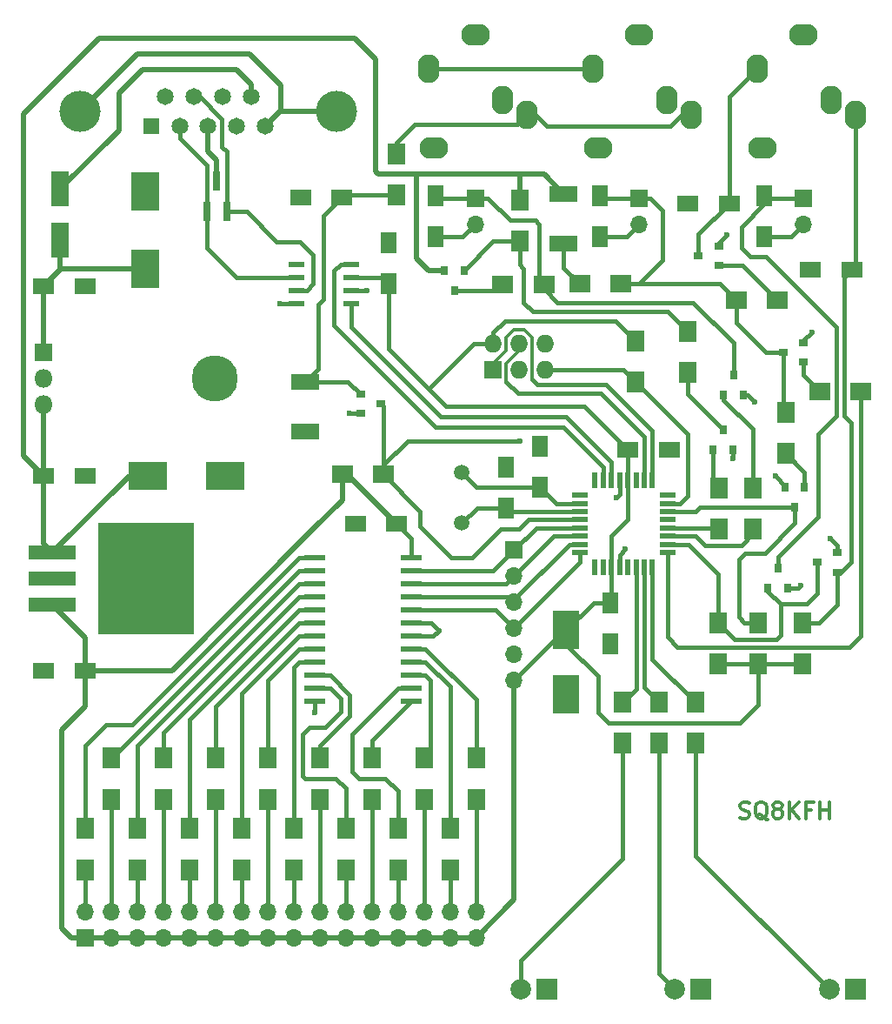
<source format=gtl>
G04 #@! TF.FileFunction,Copper,L1,Top,Signal*
%FSLAX46Y46*%
G04 Gerber Fmt 4.6, Leading zero omitted, Abs format (unit mm)*
G04 Created by KiCad (PCBNEW 4.0.6) date Thursday, 09 May 2019 22:32:22*
%MOMM*%
%LPD*%
G01*
G04 APERTURE LIST*
%ADD10C,0.100000*%
%ADD11C,0.300000*%
%ADD12C,0.600000*%
%ADD13R,2.000000X1.600000*%
%ADD14R,1.600000X2.000000*%
%ADD15R,2.700000X3.750000*%
%ADD16R,3.750000X2.700000*%
%ADD17R,2.500000X3.750000*%
%ADD18R,1.727200X1.727200*%
%ADD19O,1.727200X1.727200*%
%ADD20R,2.700000X1.500000*%
%ADD21R,2.000000X2.000000*%
%ADD22C,2.000000*%
%ADD23R,1.800860X3.500120*%
%ADD24R,0.800000X1.900000*%
%ADD25O,2.800000X2.100000*%
%ADD26O,2.100000X2.800000*%
%ADD27R,1.700000X1.700000*%
%ADD28O,1.700000X1.700000*%
%ADD29C,4.000000*%
%ADD30R,1.650000X1.650000*%
%ADD31C,1.650000*%
%ADD32R,0.900000X0.800000*%
%ADD33R,0.800000X0.900000*%
%ADD34R,2.000000X1.700000*%
%ADD35R,1.700000X2.000000*%
%ADD36R,2.000000X0.600000*%
%ADD37R,0.550000X1.600000*%
%ADD38R,1.600000X0.550000*%
%ADD39C,4.500000*%
%ADD40R,1.800000X1.800000*%
%ADD41O,1.800000X1.800000*%
%ADD42R,4.600000X1.390000*%
%ADD43R,9.400000X10.800000*%
%ADD44R,1.550000X0.600000*%
%ADD45C,1.501140*%
%ADD46C,0.400000*%
%ADD47C,0.500000*%
G04 APERTURE END LIST*
D10*
D11*
X192786548Y-140284119D02*
X193015119Y-140360310D01*
X193396072Y-140360310D01*
X193548453Y-140284119D01*
X193624643Y-140207929D01*
X193700834Y-140055548D01*
X193700834Y-139903167D01*
X193624643Y-139750786D01*
X193548453Y-139674595D01*
X193396072Y-139598405D01*
X193091310Y-139522214D01*
X192938929Y-139446024D01*
X192862738Y-139369833D01*
X192786548Y-139217452D01*
X192786548Y-139065071D01*
X192862738Y-138912690D01*
X192938929Y-138836500D01*
X193091310Y-138760310D01*
X193472262Y-138760310D01*
X193700834Y-138836500D01*
X195453215Y-140512690D02*
X195300834Y-140436500D01*
X195148453Y-140284119D01*
X194919882Y-140055548D01*
X194767501Y-139979357D01*
X194615120Y-139979357D01*
X194691310Y-140360310D02*
X194538929Y-140284119D01*
X194386548Y-140131738D01*
X194310358Y-139826976D01*
X194310358Y-139293643D01*
X194386548Y-138988881D01*
X194538929Y-138836500D01*
X194691310Y-138760310D01*
X194996072Y-138760310D01*
X195148453Y-138836500D01*
X195300834Y-138988881D01*
X195377025Y-139293643D01*
X195377025Y-139826976D01*
X195300834Y-140131738D01*
X195148453Y-140284119D01*
X194996072Y-140360310D01*
X194691310Y-140360310D01*
X196291310Y-139446024D02*
X196138929Y-139369833D01*
X196062738Y-139293643D01*
X195986548Y-139141262D01*
X195986548Y-139065071D01*
X196062738Y-138912690D01*
X196138929Y-138836500D01*
X196291310Y-138760310D01*
X196596072Y-138760310D01*
X196748453Y-138836500D01*
X196824643Y-138912690D01*
X196900834Y-139065071D01*
X196900834Y-139141262D01*
X196824643Y-139293643D01*
X196748453Y-139369833D01*
X196596072Y-139446024D01*
X196291310Y-139446024D01*
X196138929Y-139522214D01*
X196062738Y-139598405D01*
X195986548Y-139750786D01*
X195986548Y-140055548D01*
X196062738Y-140207929D01*
X196138929Y-140284119D01*
X196291310Y-140360310D01*
X196596072Y-140360310D01*
X196748453Y-140284119D01*
X196824643Y-140207929D01*
X196900834Y-140055548D01*
X196900834Y-139750786D01*
X196824643Y-139598405D01*
X196748453Y-139522214D01*
X196596072Y-139446024D01*
X197586548Y-140360310D02*
X197586548Y-138760310D01*
X198500834Y-140360310D02*
X197815120Y-139446024D01*
X198500834Y-138760310D02*
X197586548Y-139674595D01*
X199719882Y-139522214D02*
X199186548Y-139522214D01*
X199186548Y-140360310D02*
X199186548Y-138760310D01*
X199948453Y-138760310D01*
X200557977Y-140360310D02*
X200557977Y-138760310D01*
X200557977Y-139522214D02*
X201472263Y-139522214D01*
X201472263Y-140360310D02*
X201472263Y-138760310D01*
D12*
X137953000Y-120046000D03*
X135953000Y-120046000D03*
X133953000Y-120046000D03*
X131953000Y-120046000D03*
X137953000Y-118046000D03*
X135953000Y-118046000D03*
X133953000Y-118046000D03*
X131953000Y-118046000D03*
X137953000Y-116046000D03*
X135953000Y-116046000D03*
X133953000Y-116046000D03*
X131953000Y-116046000D03*
X137953000Y-114046000D03*
X135953000Y-114046000D03*
X133953000Y-114046000D03*
D13*
X155338000Y-111708000D03*
X159338000Y-111708000D03*
X154004000Y-79958000D03*
X150004000Y-79958000D03*
D14*
X180198000Y-119360000D03*
X180198000Y-123360000D03*
D13*
X203676000Y-86995000D03*
X199676000Y-86995000D03*
X191738000Y-80518000D03*
X187738000Y-80518000D03*
D14*
X179182000Y-79736000D03*
X179182000Y-83736000D03*
X173340000Y-104120000D03*
X173340000Y-108120000D03*
X170038000Y-106152000D03*
X170038000Y-110152000D03*
D13*
X124985000Y-88594000D03*
X128985000Y-88594000D03*
D15*
X134859000Y-86908000D03*
X134859000Y-79358000D03*
D13*
X125000000Y-107000000D03*
X129000000Y-107000000D03*
D16*
X135148000Y-107009000D03*
X142698000Y-107009000D03*
D17*
X175880000Y-122045000D03*
X175880000Y-128295000D03*
D13*
X129000000Y-126000000D03*
X125000000Y-126000000D03*
D14*
X195184000Y-79736000D03*
X195184000Y-83736000D03*
X163180000Y-79736000D03*
X163180000Y-83736000D03*
X158608000Y-84308000D03*
X158608000Y-88308000D03*
D18*
X168768000Y-96722000D03*
D19*
X168768000Y-94182000D03*
X171308000Y-96722000D03*
X171308000Y-94182000D03*
X173848000Y-96722000D03*
X173848000Y-94182000D03*
D20*
X150480000Y-97878000D03*
X150480000Y-102678000D03*
D21*
X174000000Y-157000000D03*
D22*
X171460000Y-157000000D03*
D21*
X189000000Y-157000000D03*
D22*
X186460000Y-157000000D03*
D21*
X204000000Y-157000000D03*
D22*
X201460000Y-157000000D03*
D20*
X175626000Y-84390000D03*
X175626000Y-79590000D03*
D23*
X126604000Y-84108360D03*
X126604000Y-79109640D03*
D24*
X140894000Y-81331000D03*
X142794000Y-81331000D03*
X141844000Y-78331000D03*
D25*
X183000000Y-64100000D03*
D26*
X178450000Y-67400000D03*
X188050000Y-71900000D03*
D25*
X179000000Y-75100000D03*
D26*
X185650000Y-70500000D03*
D27*
X129000000Y-152000000D03*
D28*
X129000000Y-149460000D03*
X131540000Y-152000000D03*
X131540000Y-149460000D03*
X134080000Y-152000000D03*
X134080000Y-149460000D03*
X136620000Y-152000000D03*
X136620000Y-149460000D03*
X139160000Y-152000000D03*
X139160000Y-149460000D03*
X141700000Y-152000000D03*
X141700000Y-149460000D03*
X144240000Y-152000000D03*
X144240000Y-149460000D03*
X146780000Y-152000000D03*
X146780000Y-149460000D03*
X149320000Y-152000000D03*
X149320000Y-149460000D03*
X151860000Y-152000000D03*
X151860000Y-149460000D03*
X154400000Y-152000000D03*
X154400000Y-149460000D03*
X156940000Y-152000000D03*
X156940000Y-149460000D03*
X159480000Y-152000000D03*
X159480000Y-149460000D03*
X162020000Y-152000000D03*
X162020000Y-149460000D03*
X164560000Y-152000000D03*
X164560000Y-149460000D03*
X167100000Y-152000000D03*
X167100000Y-149460000D03*
D25*
X167000000Y-64100000D03*
D26*
X162450000Y-67400000D03*
X172050000Y-71900000D03*
D25*
X163000000Y-75100000D03*
D26*
X169650000Y-70500000D03*
D25*
X199000000Y-64100000D03*
D26*
X194450000Y-67400000D03*
X204050000Y-71900000D03*
D25*
X195000000Y-75100000D03*
D26*
X201650000Y-70500000D03*
D27*
X170800000Y-114248000D03*
D28*
X170800000Y-116788000D03*
X170800000Y-119328000D03*
X170800000Y-121868000D03*
X170800000Y-124408000D03*
X170800000Y-126948000D03*
D27*
X183000000Y-80000000D03*
D28*
X183000000Y-82540000D03*
D27*
X199000000Y-80000000D03*
D28*
X199000000Y-82540000D03*
D27*
X167000000Y-80000000D03*
D28*
X167000000Y-82540000D03*
D29*
X153495000Y-71580000D03*
X128505000Y-71580000D03*
D30*
X135460000Y-73000000D03*
D31*
X138230000Y-73000000D03*
X141000000Y-73000000D03*
X143770000Y-73000000D03*
X146540000Y-73000000D03*
X136845000Y-70160000D03*
X139615000Y-70160000D03*
X142385000Y-70160000D03*
X145155000Y-70160000D03*
D32*
X155830000Y-99074000D03*
X155830000Y-100974000D03*
X157830000Y-100024000D03*
X202295000Y-116393000D03*
X202295000Y-114493000D03*
X200295000Y-115443000D03*
X190738000Y-86548000D03*
X190738000Y-84648000D03*
X188738000Y-85598000D03*
X198993000Y-95946000D03*
X198993000Y-94046000D03*
X196993000Y-94996000D03*
D33*
X199070000Y-108093000D03*
X197170000Y-108093000D03*
X198120000Y-110093000D03*
X165923000Y-87011000D03*
X164023000Y-87011000D03*
X164973000Y-89011000D03*
X195519000Y-117967000D03*
X197419000Y-117967000D03*
X196469000Y-115967000D03*
X190185000Y-104505000D03*
X192085000Y-104505000D03*
X191135000Y-102505000D03*
X191201000Y-99171000D03*
X193101000Y-99171000D03*
X192151000Y-97171000D03*
D34*
X154068000Y-106882000D03*
X158068000Y-106882000D03*
D35*
X129000000Y-141364000D03*
X129000000Y-145364000D03*
X131540000Y-134506000D03*
X131540000Y-138506000D03*
X134080000Y-141364000D03*
X134080000Y-145364000D03*
X136620000Y-134506000D03*
X136620000Y-138506000D03*
X159370000Y-79672000D03*
X159370000Y-75672000D03*
X139160000Y-141364000D03*
X139160000Y-145364000D03*
X141700000Y-134506000D03*
X141700000Y-138506000D03*
X144240000Y-141364000D03*
X144240000Y-145364000D03*
X146780000Y-134506000D03*
X146780000Y-138506000D03*
X149320000Y-141364000D03*
X149320000Y-145364000D03*
X151860000Y-134506000D03*
X151860000Y-138506000D03*
X154400000Y-141364000D03*
X154400000Y-145364000D03*
X156940000Y-134506000D03*
X156940000Y-138506000D03*
X159480000Y-141364000D03*
X159480000Y-145364000D03*
X190627000Y-125317000D03*
X190627000Y-121317000D03*
X162020000Y-134506000D03*
X162020000Y-138506000D03*
X164560000Y-141364000D03*
X164560000Y-145364000D03*
X198882000Y-125317000D03*
X198882000Y-121317000D03*
X167100000Y-134506000D03*
X167100000Y-138506000D03*
X181356000Y-129064000D03*
X181356000Y-133064000D03*
X184912000Y-129064000D03*
X184912000Y-133064000D03*
X188468000Y-129064000D03*
X188468000Y-133064000D03*
D34*
X177182000Y-88340000D03*
X181182000Y-88340000D03*
X192437000Y-89916000D03*
X196437000Y-89916000D03*
D35*
X182626000Y-97885000D03*
X182626000Y-93885000D03*
X194564000Y-125317000D03*
X194564000Y-121317000D03*
D34*
X204565000Y-98806000D03*
X200565000Y-98806000D03*
D35*
X197231000Y-100870000D03*
X197231000Y-104870000D03*
X171323000Y-84169000D03*
X171323000Y-80169000D03*
X187706000Y-96996000D03*
X187706000Y-92996000D03*
X190754000Y-112236000D03*
X190754000Y-108236000D03*
D34*
X173704000Y-88392000D03*
X169704000Y-88392000D03*
D35*
X194056000Y-112236000D03*
X194056000Y-108236000D03*
D36*
X151368000Y-115010000D03*
X151368000Y-116280000D03*
X151368000Y-117550000D03*
X151368000Y-118820000D03*
X151368000Y-120090000D03*
X151368000Y-121360000D03*
X151368000Y-122630000D03*
X151368000Y-123900000D03*
X151368000Y-125170000D03*
X151368000Y-126440000D03*
X151368000Y-127710000D03*
X151368000Y-128980000D03*
X160768000Y-128980000D03*
X160768000Y-127710000D03*
X160768000Y-126440000D03*
X160768000Y-125170000D03*
X160768000Y-123900000D03*
X160768000Y-122630000D03*
X160768000Y-121360000D03*
X160768000Y-120090000D03*
X160768000Y-118820000D03*
X160768000Y-117550000D03*
X160768000Y-116280000D03*
X160768000Y-115010000D03*
D37*
X184268000Y-107458000D03*
X183468000Y-107458000D03*
X182668000Y-107458000D03*
X181868000Y-107458000D03*
X181068000Y-107458000D03*
X180268000Y-107458000D03*
X179468000Y-107458000D03*
X178668000Y-107458000D03*
D38*
X177218000Y-108908000D03*
X177218000Y-109708000D03*
X177218000Y-110508000D03*
X177218000Y-111308000D03*
X177218000Y-112108000D03*
X177218000Y-112908000D03*
X177218000Y-113708000D03*
X177218000Y-114508000D03*
D37*
X178668000Y-115958000D03*
X179468000Y-115958000D03*
X180268000Y-115958000D03*
X181068000Y-115958000D03*
X181868000Y-115958000D03*
X182668000Y-115958000D03*
X183468000Y-115958000D03*
X184268000Y-115958000D03*
D38*
X185718000Y-114508000D03*
X185718000Y-113708000D03*
X185718000Y-112908000D03*
X185718000Y-112108000D03*
X185718000Y-111308000D03*
X185718000Y-110508000D03*
X185718000Y-109708000D03*
X185718000Y-108908000D03*
D39*
X141660000Y-97540000D03*
D40*
X125000000Y-95000000D03*
D41*
X125000000Y-97540000D03*
X125000000Y-100080000D03*
D42*
X125839000Y-117042000D03*
D43*
X134989000Y-117042000D03*
D42*
X125839000Y-119582000D03*
X125839000Y-114502000D03*
D44*
X154958000Y-90245000D03*
X154958000Y-88975000D03*
X154958000Y-87705000D03*
X154958000Y-86435000D03*
X149558000Y-86435000D03*
X149558000Y-87705000D03*
X149558000Y-88975000D03*
X149558000Y-90245000D03*
D45*
X165720000Y-106727060D03*
X165720000Y-111608940D03*
D13*
X185896000Y-104521000D03*
X181896000Y-104521000D03*
D12*
X131953000Y-114046000D03*
X187738000Y-80518000D03*
X191516000Y-83566000D03*
X199676000Y-86995000D03*
X199771000Y-93027500D03*
X175880000Y-128295000D03*
X180198000Y-123360000D03*
X198691500Y-117729000D03*
X201612500Y-113157000D03*
X196215000Y-107061000D03*
X194183000Y-99822000D03*
X181610000Y-114173000D03*
X180721000Y-109156500D03*
X192087500Y-105346500D03*
X185896000Y-104521000D03*
X170038000Y-106152000D03*
X173340000Y-104120000D03*
X163449000Y-122110500D03*
X151384000Y-130048000D03*
X155338000Y-111708000D03*
X150480000Y-102678000D03*
X154749500Y-100965000D03*
X158608000Y-84308000D03*
X156464000Y-88963500D03*
X147955000Y-90233500D03*
X150004000Y-79958000D03*
X129000000Y-107000000D03*
X128985000Y-88594000D03*
X134859000Y-79358000D03*
X125000000Y-126000000D03*
X125839000Y-117042000D03*
X142698000Y-107009000D03*
X171323000Y-103632000D03*
D46*
X198882000Y-125317000D02*
X194564000Y-125317000D01*
X190627000Y-125317000D02*
X194564000Y-125317000D01*
X175880000Y-122045000D02*
X175880000Y-123429000D01*
X175880000Y-123429000D02*
X178943000Y-126492000D01*
X194564000Y-129286000D02*
X194564000Y-125317000D01*
X192786000Y-131064000D02*
X194564000Y-129286000D01*
X179959000Y-131064000D02*
X192786000Y-131064000D01*
X178943000Y-130048000D02*
X179959000Y-131064000D01*
X178943000Y-126492000D02*
X178943000Y-130048000D01*
X168768000Y-94182000D02*
X168768000Y-93106000D01*
X180689000Y-91948000D02*
X182626000Y-93885000D01*
X169926000Y-91948000D02*
X180689000Y-91948000D01*
X168768000Y-93106000D02*
X169926000Y-91948000D01*
X176276000Y-100278000D02*
X177653000Y-100278000D01*
X176276000Y-100278000D02*
X164196000Y-100278000D01*
X162481500Y-98563500D02*
X164196000Y-100278000D01*
X177653000Y-100278000D02*
X181896000Y-104521000D01*
X181868000Y-107458000D02*
X181868000Y-104549000D01*
X181868000Y-104549000D02*
X181896000Y-104521000D01*
X181868000Y-104676000D02*
X182023000Y-104521000D01*
X181868000Y-107458000D02*
X181868000Y-111308000D01*
X180268000Y-112908000D02*
X180268000Y-115958000D01*
X181868000Y-111308000D02*
X180268000Y-112908000D01*
X168768000Y-94182000D02*
X166863000Y-94182000D01*
X166863000Y-94182000D02*
X162481500Y-98563500D01*
X158608000Y-94690000D02*
X158608000Y-88308000D01*
X162481500Y-98563500D02*
X158608000Y-94690000D01*
X180198000Y-119360000D02*
X178565000Y-119360000D01*
X178565000Y-119360000D02*
X175880000Y-122045000D01*
X170800000Y-126948000D02*
X175703000Y-122045000D01*
X175703000Y-122045000D02*
X175880000Y-122045000D01*
D47*
X159338000Y-111708000D02*
X154512000Y-106882000D01*
X154512000Y-106882000D02*
X154068000Y-106882000D01*
X151242000Y-112216000D02*
X154068000Y-109390000D01*
X129000000Y-126000000D02*
X137458000Y-126000000D01*
X137458000Y-126000000D02*
X151242000Y-112216000D01*
X154068000Y-109390000D02*
X154068000Y-106882000D01*
D46*
X160768000Y-115010000D02*
X160768000Y-113138000D01*
X160768000Y-113138000D02*
X159338000Y-111708000D01*
X154958000Y-87705000D02*
X158005000Y-87705000D01*
X158005000Y-87705000D02*
X158608000Y-88308000D01*
X180268000Y-115958000D02*
X180268000Y-119290000D01*
X180268000Y-119290000D02*
X180198000Y-119360000D01*
D47*
X160768000Y-115010000D02*
X160894000Y-114884000D01*
X170800000Y-126948000D02*
X170800000Y-148300000D01*
X170800000Y-148300000D02*
X167100000Y-152000000D01*
X129000000Y-152000000D02*
X127653000Y-152000000D01*
X129000000Y-129505000D02*
X129000000Y-126000000D01*
X126731000Y-131774000D02*
X129000000Y-129505000D01*
X126731000Y-151078000D02*
X126731000Y-131774000D01*
X127653000Y-152000000D02*
X126731000Y-151078000D01*
X129000000Y-126000000D02*
X129000000Y-122743000D01*
X129000000Y-122743000D02*
X125839000Y-119582000D01*
X167100000Y-152000000D02*
X164560000Y-152000000D01*
X164560000Y-152000000D02*
X162020000Y-152000000D01*
X162020000Y-152000000D02*
X159480000Y-152000000D01*
X159480000Y-152000000D02*
X156940000Y-152000000D01*
X156940000Y-152000000D02*
X154400000Y-152000000D01*
X154400000Y-152000000D02*
X151860000Y-152000000D01*
X151860000Y-152000000D02*
X149320000Y-152000000D01*
X149320000Y-152000000D02*
X146780000Y-152000000D01*
X146780000Y-152000000D02*
X144240000Y-152000000D01*
X144240000Y-152000000D02*
X141700000Y-152000000D01*
X141700000Y-152000000D02*
X139160000Y-152000000D01*
X139160000Y-152000000D02*
X136620000Y-152000000D01*
X136620000Y-152000000D02*
X134080000Y-152000000D01*
X134080000Y-152000000D02*
X131540000Y-152000000D01*
X131540000Y-152000000D02*
X129000000Y-152000000D01*
D46*
X190738000Y-84648000D02*
X190738000Y-84344000D01*
X190738000Y-84344000D02*
X191516000Y-83566000D01*
X198993000Y-94046000D02*
X198993000Y-93805500D01*
X198993000Y-93805500D02*
X199771000Y-93027500D01*
X197419000Y-117967000D02*
X198453500Y-117967000D01*
X198453500Y-117967000D02*
X198691500Y-117729000D01*
X202295000Y-114493000D02*
X202295000Y-113839500D01*
X202295000Y-113839500D02*
X201612500Y-113157000D01*
X197170000Y-108093000D02*
X197170000Y-108016000D01*
X197170000Y-108016000D02*
X196215000Y-107061000D01*
X193101000Y-99171000D02*
X193532000Y-99171000D01*
X193532000Y-99171000D02*
X194183000Y-99822000D01*
X181068000Y-115958000D02*
X181068000Y-114715000D01*
X181068000Y-114715000D02*
X181610000Y-114173000D01*
X181068000Y-107458000D02*
X181068000Y-108809500D01*
X181068000Y-108809500D02*
X180721000Y-109156500D01*
X192085000Y-104505000D02*
X192085000Y-105344000D01*
X192085000Y-105344000D02*
X192087500Y-105346500D01*
X160768000Y-122630000D02*
X162929500Y-122630000D01*
X162698500Y-121360000D02*
X163449000Y-122110500D01*
X162698500Y-121360000D02*
X160768000Y-121360000D01*
X162929500Y-122630000D02*
X163449000Y-122110500D01*
X151368000Y-128980000D02*
X151368000Y-130032000D01*
X151368000Y-130032000D02*
X151384000Y-130048000D01*
X155830000Y-100974000D02*
X154758500Y-100974000D01*
X154758500Y-100974000D02*
X154749500Y-100965000D01*
X154958000Y-88975000D02*
X156452500Y-88975000D01*
X156452500Y-88975000D02*
X156464000Y-88963500D01*
X149558000Y-90245000D02*
X147966500Y-90245000D01*
X147966500Y-90245000D02*
X147955000Y-90233500D01*
X195184000Y-83736000D02*
X197804000Y-83736000D01*
X197804000Y-83736000D02*
X199000000Y-82540000D01*
X163180000Y-83736000D02*
X165804000Y-83736000D01*
X165804000Y-83736000D02*
X167000000Y-82540000D01*
X179182000Y-83736000D02*
X181804000Y-83736000D01*
X181804000Y-83736000D02*
X183000000Y-82540000D01*
D47*
X141844000Y-78331000D02*
X141844000Y-76275000D01*
X141000000Y-75431000D02*
X141000000Y-73000000D01*
X141844000Y-76275000D02*
X141000000Y-75431000D01*
D46*
X155830000Y-99074000D02*
X154634000Y-97878000D01*
X154634000Y-97878000D02*
X150480000Y-97878000D01*
X159370000Y-79672000D02*
X154290000Y-79672000D01*
X154290000Y-79672000D02*
X154004000Y-79958000D01*
X150480000Y-97878000D02*
X151750000Y-96608000D01*
X152258000Y-81704000D02*
X154004000Y-79958000D01*
X152258000Y-89864000D02*
X152258000Y-81704000D01*
X151750000Y-90372000D02*
X152258000Y-89864000D01*
X151750000Y-96608000D02*
X151750000Y-90372000D01*
X150808000Y-97550000D02*
X150480000Y-97878000D01*
X202295000Y-116393000D02*
X202631000Y-116393000D01*
X202631000Y-116393000D02*
X203581000Y-115443000D01*
X202946000Y-101219000D02*
X202946000Y-87725000D01*
X203581000Y-101854000D02*
X202946000Y-101219000D01*
X203581000Y-115443000D02*
X203581000Y-101854000D01*
X202946000Y-87725000D02*
X203676000Y-86995000D01*
X198882000Y-121317000D02*
X200501000Y-121317000D01*
X202295000Y-119523000D02*
X202295000Y-116393000D01*
X200501000Y-121317000D02*
X202295000Y-119523000D01*
X204050000Y-71900000D02*
X204050000Y-86621000D01*
X204050000Y-86621000D02*
X203676000Y-86995000D01*
X194450000Y-67400000D02*
X191738000Y-70112000D01*
X191738000Y-70112000D02*
X191738000Y-80518000D01*
X188738000Y-85598000D02*
X188738000Y-83518000D01*
X188738000Y-83518000D02*
X191738000Y-80518000D01*
X196993000Y-94996000D02*
X196993000Y-100632000D01*
X196993000Y-100632000D02*
X197231000Y-100870000D01*
X192437000Y-89916000D02*
X192437000Y-92107000D01*
X195326000Y-94996000D02*
X196993000Y-94996000D01*
X192437000Y-92107000D02*
X195326000Y-94996000D01*
X182880000Y-88340000D02*
X190861000Y-88340000D01*
X190861000Y-88340000D02*
X192437000Y-89916000D01*
X181182000Y-88340000D02*
X182880000Y-88340000D01*
X182880000Y-88340000D02*
X182992000Y-88340000D01*
X184050000Y-80000000D02*
X183000000Y-80000000D01*
X185278000Y-81228000D02*
X184050000Y-80000000D01*
X185278000Y-86054000D02*
X185278000Y-81228000D01*
X182992000Y-88340000D02*
X185278000Y-86054000D01*
X183000000Y-80000000D02*
X179446000Y-80000000D01*
X179446000Y-80000000D02*
X179182000Y-79736000D01*
X177218000Y-109708000D02*
X174928000Y-109708000D01*
X174928000Y-109708000D02*
X173340000Y-108120000D01*
X173340000Y-108120000D02*
X167112940Y-108120000D01*
X167112940Y-108120000D02*
X165720000Y-106727060D01*
X177218000Y-110508000D02*
X170394000Y-110508000D01*
X170394000Y-110508000D02*
X170038000Y-110152000D01*
X170038000Y-110152000D02*
X167176940Y-110152000D01*
X167176940Y-110152000D02*
X165720000Y-111608940D01*
D47*
X126604000Y-84108360D02*
X126604000Y-86841000D01*
X126604000Y-86841000D02*
X126671000Y-86908000D01*
X134859000Y-86908000D02*
X126671000Y-86908000D01*
X126671000Y-86908000D02*
X124985000Y-88594000D01*
X125000000Y-95000000D02*
X125000000Y-88609000D01*
X125000000Y-88609000D02*
X124985000Y-88594000D01*
X171323000Y-80169000D02*
X171323000Y-77672000D01*
X164023000Y-87011000D02*
X162449000Y-87011000D01*
X161290000Y-85852000D02*
X161290000Y-77672000D01*
X162449000Y-87011000D02*
X161290000Y-85852000D01*
X155306000Y-64464000D02*
X157338000Y-66496000D01*
X125000000Y-107000000D02*
X123048000Y-105048000D01*
X130414000Y-64464000D02*
X155306000Y-64464000D01*
X123048000Y-71830000D02*
X130414000Y-64464000D01*
X123048000Y-105048000D02*
X123048000Y-71830000D01*
X173708000Y-77672000D02*
X175626000Y-79590000D01*
X157592000Y-77672000D02*
X161290000Y-77672000D01*
X161290000Y-77672000D02*
X171323000Y-77672000D01*
X171323000Y-77672000D02*
X173708000Y-77672000D01*
X157338000Y-77418000D02*
X157592000Y-77672000D01*
X157338000Y-66496000D02*
X157338000Y-77418000D01*
X135148000Y-107009000D02*
X133332000Y-107009000D01*
X133332000Y-107009000D02*
X125839000Y-114502000D01*
X125000000Y-107000000D02*
X125000000Y-113663000D01*
X125000000Y-113663000D02*
X125839000Y-114502000D01*
X125000000Y-100080000D02*
X125000000Y-107000000D01*
X135148000Y-107009000D02*
X135139000Y-107000000D01*
D46*
X196469000Y-115967000D02*
X196469000Y-114935000D01*
X192913000Y-82804000D02*
X195184000Y-80533000D01*
X192913000Y-84836000D02*
X192913000Y-82804000D01*
X193802000Y-85725000D02*
X192913000Y-84836000D01*
X195326000Y-85725000D02*
X193802000Y-85725000D01*
X202184000Y-92583000D02*
X195326000Y-85725000D01*
X202184000Y-101219000D02*
X202184000Y-92583000D01*
X200406000Y-102997000D02*
X202184000Y-101219000D01*
X200406000Y-110998000D02*
X200406000Y-102997000D01*
X196469000Y-114935000D02*
X200406000Y-110998000D01*
X195184000Y-80533000D02*
X195184000Y-79736000D01*
X199000000Y-80000000D02*
X195448000Y-80000000D01*
X195448000Y-80000000D02*
X195184000Y-79736000D01*
X173704000Y-88392000D02*
X173704000Y-88868000D01*
X173704000Y-88868000D02*
X175006000Y-90170000D01*
X192151000Y-94107000D02*
X192151000Y-97171000D01*
X188214000Y-90170000D02*
X192151000Y-94107000D01*
X175006000Y-90170000D02*
X188214000Y-90170000D01*
X167000000Y-80000000D02*
X168265000Y-80000000D01*
X173228000Y-82550000D02*
X173228000Y-87916000D01*
X172847000Y-82169000D02*
X173228000Y-82550000D01*
X170434000Y-82169000D02*
X172847000Y-82169000D01*
X168265000Y-80000000D02*
X170434000Y-82169000D01*
X173228000Y-87916000D02*
X173704000Y-88392000D01*
X167000000Y-80000000D02*
X163444000Y-80000000D01*
X163444000Y-80000000D02*
X163180000Y-79736000D01*
X184268000Y-107458000D02*
X184268000Y-102607000D01*
X177404000Y-98119000D02*
X173086000Y-98119000D01*
X173086000Y-98119000D02*
X172578000Y-97611000D01*
D11*
X172578000Y-97611000D02*
X172578000Y-93547000D01*
X172578000Y-93547000D02*
X171816000Y-92785000D01*
X171816000Y-92785000D02*
X170800000Y-92785000D01*
X170800000Y-92785000D02*
X170038000Y-93547000D01*
X170038000Y-94817000D02*
X168768000Y-96087000D01*
X170038000Y-93547000D02*
X170038000Y-94817000D01*
D46*
X179780000Y-98119000D02*
X177404000Y-98119000D01*
X184268000Y-102607000D02*
X179780000Y-98119000D01*
D11*
X168768000Y-96087000D02*
X168768000Y-96722000D01*
D46*
X183468000Y-107458000D02*
X183468000Y-103204000D01*
D11*
X170038000Y-96087000D02*
X171308000Y-94817000D01*
X170038000Y-97865000D02*
X170038000Y-96087000D01*
D46*
X171181000Y-99008000D02*
X170038000Y-97865000D01*
X177023000Y-99008000D02*
X171181000Y-99008000D01*
X179272000Y-99008000D02*
X177023000Y-99008000D01*
X183468000Y-103204000D02*
X179272000Y-99008000D01*
D11*
X171308000Y-94817000D02*
X171308000Y-94182000D01*
D46*
X173848000Y-96722000D02*
X181463000Y-96722000D01*
X181463000Y-96722000D02*
X182626000Y-97885000D01*
X185718000Y-109708000D02*
X186964000Y-109708000D01*
X187706000Y-102965000D02*
X182626000Y-97885000D01*
X187706000Y-108966000D02*
X187706000Y-102965000D01*
X186964000Y-109708000D02*
X187706000Y-108966000D01*
X181356000Y-133064000D02*
X181356000Y-144272000D01*
X171460000Y-154168000D02*
X171460000Y-157000000D01*
X181356000Y-144272000D02*
X171460000Y-154168000D01*
X184912000Y-133064000D02*
X184912000Y-155452000D01*
X184912000Y-155452000D02*
X186460000Y-157000000D01*
X188468000Y-133064000D02*
X188468000Y-144008000D01*
X188468000Y-144008000D02*
X201460000Y-157000000D01*
X177182000Y-88340000D02*
X175626000Y-86784000D01*
X175626000Y-86784000D02*
X175626000Y-84390000D01*
D47*
X145155000Y-70160000D02*
X145155000Y-68918000D01*
X132319000Y-73394640D02*
X126604000Y-79109640D01*
X132319000Y-69798000D02*
X132319000Y-73394640D01*
X134605000Y-67512000D02*
X132319000Y-69798000D01*
X143749000Y-67512000D02*
X134605000Y-67512000D01*
X145155000Y-68918000D02*
X143749000Y-67512000D01*
D46*
X149558000Y-87705000D02*
X143749000Y-87705000D01*
X140894000Y-84850000D02*
X140894000Y-81331000D01*
X143749000Y-87705000D02*
X140894000Y-84850000D01*
X138230000Y-73000000D02*
X138230000Y-74185000D01*
X138230000Y-74185000D02*
X140894000Y-76849000D01*
X140894000Y-76849000D02*
X140894000Y-77130465D01*
X140894000Y-77130465D02*
X140894000Y-81331000D01*
X142794000Y-81331000D02*
X144741000Y-81331000D01*
X150607000Y-88975000D02*
X149558000Y-88975000D01*
X151242000Y-88340000D02*
X150607000Y-88975000D01*
X151242000Y-85546000D02*
X151242000Y-88340000D01*
X149972000Y-84276000D02*
X151242000Y-85546000D01*
X147686000Y-84276000D02*
X149972000Y-84276000D01*
X144741000Y-81331000D02*
X147686000Y-84276000D01*
X142794000Y-81331000D02*
X142794000Y-75447000D01*
X142794000Y-75447000D02*
X142352000Y-75005000D01*
X142352000Y-75005000D02*
X142352000Y-72338000D01*
X142352000Y-72338000D02*
X140174000Y-70160000D01*
X140174000Y-70160000D02*
X139615000Y-70160000D01*
X162450000Y-67400000D02*
X178450000Y-67400000D01*
X159370000Y-75672000D02*
X159370000Y-74624000D01*
X171104000Y-72846000D02*
X172050000Y-71900000D01*
X161148000Y-72846000D02*
X171104000Y-72846000D01*
X159370000Y-74624000D02*
X161148000Y-72846000D01*
X188050000Y-71900000D02*
X187100000Y-71900000D01*
X187100000Y-71900000D02*
X186000000Y-73000000D01*
X186000000Y-73000000D02*
X174000000Y-73000000D01*
X174000000Y-73000000D02*
X172900000Y-71900000D01*
X172900000Y-71900000D02*
X172050000Y-71900000D01*
X177218000Y-112108000D02*
X172940000Y-112108000D01*
X172940000Y-112108000D02*
X170800000Y-114248000D01*
X160768000Y-116280000D02*
X168768000Y-116280000D01*
X168768000Y-116280000D02*
X170800000Y-114248000D01*
X177218000Y-112908000D02*
X174680000Y-112908000D01*
X174680000Y-112908000D02*
X170800000Y-116788000D01*
X160768000Y-117550000D02*
X170038000Y-117550000D01*
X170038000Y-117550000D02*
X170800000Y-116788000D01*
X177218000Y-113708000D02*
X176166000Y-113708000D01*
X176166000Y-113708000D02*
X170800000Y-119074000D01*
X170800000Y-119074000D02*
X170800000Y-119328000D01*
X160768000Y-118820000D02*
X170292000Y-118820000D01*
X170292000Y-118820000D02*
X170800000Y-119328000D01*
X177218000Y-114508000D02*
X177218000Y-115450000D01*
X177218000Y-115450000D02*
X170800000Y-121868000D01*
X160768000Y-120090000D02*
X169022000Y-120090000D01*
X169022000Y-120090000D02*
X170800000Y-121868000D01*
D47*
X153495000Y-71580000D02*
X147960000Y-71580000D01*
X147960000Y-71580000D02*
X148067000Y-71473000D01*
X146540000Y-73000000D02*
X148067000Y-71473000D01*
X134097000Y-65988000D02*
X128505000Y-71580000D01*
X145019000Y-65988000D02*
X134097000Y-65988000D01*
X148067000Y-69036000D02*
X145019000Y-65988000D01*
X148067000Y-71473000D02*
X148067000Y-69036000D01*
D46*
X200295000Y-115443000D02*
X200295000Y-118475000D01*
X199263000Y-119507000D02*
X196723000Y-119507000D01*
X200295000Y-118475000D02*
X199263000Y-119507000D01*
X190627000Y-121317000D02*
X192246000Y-122936000D01*
X196723000Y-119507000D02*
X195519000Y-118303000D01*
X196723000Y-122555000D02*
X196723000Y-119507000D01*
X196342000Y-122936000D02*
X196723000Y-122555000D01*
X192246000Y-122936000D02*
X196342000Y-122936000D01*
X195519000Y-118303000D02*
X195519000Y-117967000D01*
X185718000Y-113708000D02*
X187749000Y-113708000D01*
X190627000Y-116586000D02*
X190627000Y-121317000D01*
X187749000Y-113708000D02*
X190627000Y-116586000D01*
X190738000Y-86548000D02*
X193069000Y-86548000D01*
X193069000Y-86548000D02*
X196437000Y-89916000D01*
X198993000Y-95946000D02*
X198993000Y-97234000D01*
X198993000Y-97234000D02*
X200565000Y-98806000D01*
X199070000Y-108093000D02*
X199070000Y-106709000D01*
X199070000Y-106709000D02*
X197231000Y-104870000D01*
X198120000Y-110093000D02*
X198120000Y-111633000D01*
X193199000Y-121317000D02*
X194564000Y-121317000D01*
X192659000Y-120777000D02*
X193199000Y-121317000D01*
X192659000Y-115189000D02*
X192659000Y-120777000D01*
X193294000Y-114554000D02*
X192659000Y-115189000D01*
X195199000Y-114554000D02*
X193294000Y-114554000D01*
X198120000Y-111633000D02*
X195199000Y-114554000D01*
X198120000Y-110093000D02*
X188865000Y-110093000D01*
X188450000Y-110508000D02*
X185718000Y-110508000D01*
X188865000Y-110093000D02*
X188450000Y-110508000D01*
X171323000Y-84169000D02*
X171323000Y-86487000D01*
X185769000Y-91059000D02*
X187706000Y-92996000D01*
X172593000Y-91059000D02*
X185769000Y-91059000D01*
X171704000Y-90170000D02*
X172593000Y-91059000D01*
X171704000Y-86868000D02*
X171704000Y-90170000D01*
X171323000Y-86487000D02*
X171704000Y-86868000D01*
X165923000Y-87011000D02*
X168765000Y-84169000D01*
X168765000Y-84169000D02*
X171323000Y-84169000D01*
X164973000Y-89011000D02*
X169085000Y-89011000D01*
X169085000Y-89011000D02*
X169704000Y-88392000D01*
X190185000Y-104505000D02*
X190185000Y-107667000D01*
X190185000Y-107667000D02*
X190754000Y-108236000D01*
X187706000Y-96996000D02*
X187706000Y-99076000D01*
X187706000Y-99076000D02*
X191135000Y-102505000D01*
X191201000Y-99171000D02*
X191201000Y-99634000D01*
X194056000Y-102489000D02*
X194056000Y-108236000D01*
X191201000Y-99634000D02*
X194056000Y-102489000D01*
X151368000Y-115010000D02*
X149845000Y-115010000D01*
X129000000Y-133315000D02*
X129000000Y-141364000D01*
X131049000Y-131266000D02*
X129000000Y-133315000D01*
X133589000Y-131266000D02*
X131049000Y-131266000D01*
X149845000Y-115010000D02*
X133589000Y-131266000D01*
X151368000Y-116280000D02*
X149845000Y-116280000D01*
X149845000Y-116280000D02*
X131619000Y-134506000D01*
X131619000Y-134506000D02*
X131540000Y-134506000D01*
X151368000Y-117550000D02*
X149845000Y-117550000D01*
X134080000Y-133315000D02*
X134080000Y-141364000D01*
X149845000Y-117550000D02*
X134080000Y-133315000D01*
X151368000Y-118820000D02*
X149845000Y-118820000D01*
X136620000Y-132045000D02*
X136620000Y-134506000D01*
X149845000Y-118820000D02*
X136620000Y-132045000D01*
X151368000Y-120090000D02*
X149845000Y-120090000D01*
X139160000Y-130775000D02*
X139160000Y-141364000D01*
X149845000Y-120090000D02*
X139160000Y-130775000D01*
X151368000Y-121360000D02*
X149845000Y-121360000D01*
X141700000Y-129505000D02*
X141700000Y-134506000D01*
X149845000Y-121360000D02*
X141700000Y-129505000D01*
X151368000Y-122630000D02*
X149845000Y-122630000D01*
X144240000Y-128235000D02*
X144240000Y-141364000D01*
X149845000Y-122630000D02*
X144240000Y-128235000D01*
X151368000Y-123900000D02*
X149845000Y-123900000D01*
X146780000Y-126965000D02*
X146780000Y-134506000D01*
X149845000Y-123900000D02*
X146780000Y-126965000D01*
X149320000Y-141364000D02*
X149320000Y-125695000D01*
X149845000Y-125170000D02*
X151368000Y-125170000D01*
X149320000Y-125695000D02*
X149845000Y-125170000D01*
X151860000Y-134506000D02*
X151860000Y-133315000D01*
X152893000Y-126440000D02*
X151368000Y-126440000D01*
X154798000Y-128345000D02*
X152893000Y-126440000D01*
X154798000Y-130377000D02*
X154798000Y-128345000D01*
X151860000Y-133315000D02*
X154798000Y-130377000D01*
X154400000Y-141364000D02*
X154400000Y-137472000D01*
X152893000Y-127710000D02*
X151368000Y-127710000D01*
X153909000Y-128726000D02*
X152893000Y-127710000D01*
X153909000Y-129996000D02*
X153909000Y-128726000D01*
X152385000Y-131520000D02*
X153909000Y-129996000D01*
X150861000Y-131520000D02*
X152385000Y-131520000D01*
X150226000Y-132155000D02*
X150861000Y-131520000D01*
X150226000Y-136219000D02*
X150226000Y-132155000D01*
X150480000Y-136473000D02*
X150226000Y-136219000D01*
X153401000Y-136473000D02*
X150480000Y-136473000D01*
X154400000Y-137472000D02*
X153401000Y-136473000D01*
X160768000Y-128980000D02*
X156940000Y-132808000D01*
X156940000Y-132808000D02*
X156940000Y-134506000D01*
X159480000Y-141364000D02*
X159480000Y-137726000D01*
X159497000Y-127710000D02*
X160768000Y-127710000D01*
X155052000Y-132155000D02*
X159497000Y-127710000D01*
X155052000Y-135838000D02*
X155052000Y-132155000D01*
X155687000Y-136473000D02*
X155052000Y-135838000D01*
X158227000Y-136473000D02*
X155687000Y-136473000D01*
X159480000Y-137726000D02*
X158227000Y-136473000D01*
X160768000Y-126440000D02*
X162164000Y-126440000D01*
X162672000Y-126948000D02*
X162672000Y-133854000D01*
X162164000Y-126440000D02*
X162672000Y-126948000D01*
X162672000Y-133854000D02*
X162020000Y-134506000D01*
X160768000Y-125170000D02*
X162164000Y-125170000D01*
X164560000Y-127566000D02*
X164560000Y-141364000D01*
X162164000Y-125170000D02*
X164560000Y-127566000D01*
X160768000Y-123900000D02*
X162164000Y-123900000D01*
X167100000Y-128836000D02*
X167100000Y-134506000D01*
X162164000Y-123900000D02*
X167100000Y-128836000D01*
X204565000Y-98806000D02*
X204565000Y-122587000D01*
X185718000Y-122726000D02*
X185718000Y-114508000D01*
X186690000Y-123698000D02*
X185718000Y-122726000D01*
X203454000Y-123698000D02*
X186690000Y-123698000D01*
X204565000Y-122587000D02*
X203454000Y-123698000D01*
X185718000Y-112108000D02*
X190626000Y-112108000D01*
X190626000Y-112108000D02*
X190754000Y-112236000D01*
X185718000Y-112908000D02*
X188473000Y-112908000D01*
X192913000Y-113792000D02*
X194056000Y-112649000D01*
X189357000Y-113792000D02*
X192913000Y-113792000D01*
X188473000Y-112908000D02*
X189357000Y-113792000D01*
X194056000Y-112649000D02*
X194056000Y-112236000D01*
X180268000Y-107458000D02*
X180268000Y-105682000D01*
X154958000Y-92564000D02*
X154958000Y-90245000D01*
X163688000Y-101294000D02*
X154958000Y-92564000D01*
X175880000Y-101294000D02*
X163688000Y-101294000D01*
X180268000Y-105682000D02*
X175880000Y-101294000D01*
X179468000Y-107458000D02*
X179468000Y-106152000D01*
X153909000Y-86435000D02*
X154958000Y-86435000D01*
X153274000Y-87070000D02*
X153909000Y-86435000D01*
X153274000Y-92404000D02*
X153274000Y-87070000D01*
X163180000Y-102310000D02*
X153274000Y-92404000D01*
X175626000Y-102310000D02*
X163180000Y-102310000D01*
X179468000Y-106152000D02*
X175626000Y-102310000D01*
X129000000Y-149460000D02*
X129000000Y-145364000D01*
X131540000Y-149460000D02*
X131540000Y-138506000D01*
X134080000Y-149460000D02*
X134080000Y-145364000D01*
X136620000Y-149460000D02*
X136620000Y-138506000D01*
X139160000Y-149460000D02*
X139160000Y-145364000D01*
X141700000Y-149460000D02*
X141700000Y-138506000D01*
X144240000Y-149460000D02*
X144240000Y-145364000D01*
X146780000Y-149460000D02*
X146780000Y-138506000D01*
X149320000Y-149460000D02*
X149320000Y-145364000D01*
X151860000Y-149460000D02*
X151860000Y-138506000D01*
X154400000Y-149460000D02*
X154400000Y-145364000D01*
X156940000Y-149460000D02*
X156940000Y-138506000D01*
X159480000Y-149460000D02*
X159480000Y-145364000D01*
X162020000Y-149460000D02*
X162020000Y-138506000D01*
X164560000Y-149460000D02*
X164560000Y-145364000D01*
X167100000Y-149460000D02*
X167100000Y-138506000D01*
X158068000Y-105965000D02*
X158068000Y-106882000D01*
X160401000Y-103632000D02*
X158068000Y-105965000D01*
X171323000Y-103632000D02*
X160401000Y-103632000D01*
X157830000Y-100024000D02*
X158068000Y-100262000D01*
X158068000Y-100262000D02*
X158068000Y-106882000D01*
X163180000Y-113486000D02*
X161656000Y-111962000D01*
X163180000Y-113486000D02*
X164704000Y-115010000D01*
X164704000Y-115010000D02*
X166736000Y-115010000D01*
X166736000Y-115010000D02*
X169530000Y-112216000D01*
X169530000Y-112216000D02*
X171308000Y-112216000D01*
X171308000Y-112216000D02*
X172216000Y-111308000D01*
X177218000Y-111308000D02*
X172216000Y-111308000D01*
X161656000Y-110470000D02*
X158068000Y-106882000D01*
X161656000Y-111962000D02*
X161656000Y-110470000D01*
X182668000Y-115958000D02*
X182668000Y-127752000D01*
X182668000Y-127752000D02*
X181356000Y-129064000D01*
X183468000Y-115958000D02*
X183468000Y-127620000D01*
X183468000Y-127620000D02*
X184912000Y-129064000D01*
X184268000Y-115958000D02*
X184268000Y-124864000D01*
X184268000Y-124864000D02*
X188468000Y-129064000D01*
M02*

</source>
